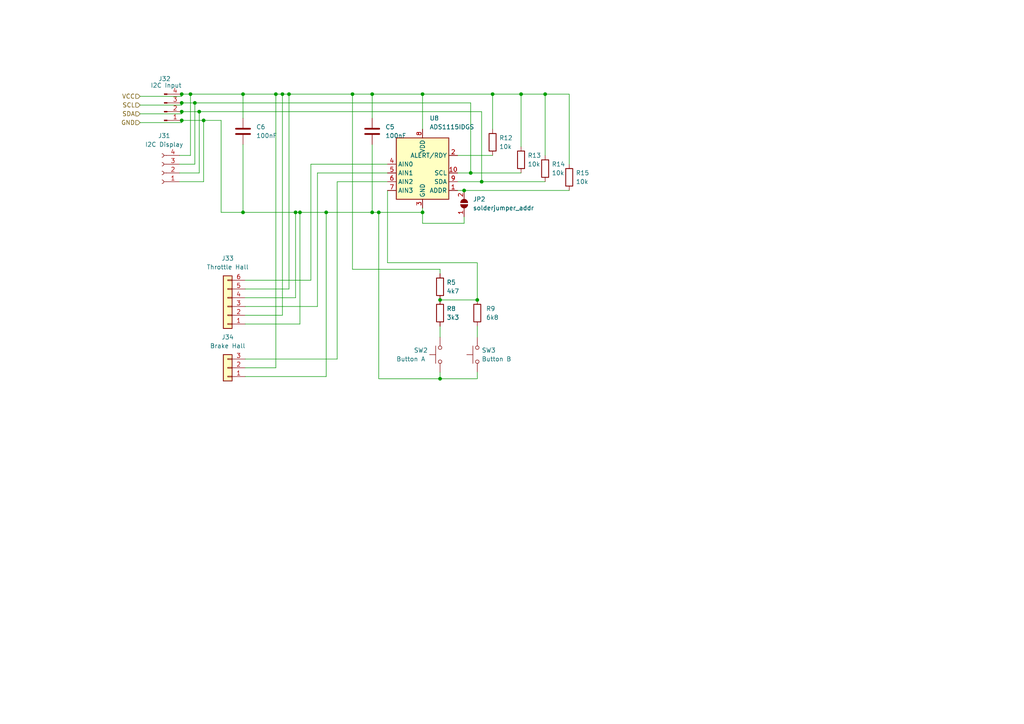
<source format=kicad_sch>
(kicad_sch (version 20211123) (generator eeschema)
  (paper "A4")
  (lib_symbols
    (symbol "Analog_ADC:ADS1115IDGS"
      (property "Reference" "U" (at 2.54 13.97 0))
      (property "Value" "ADS1115IDGS" (at 7.62 11.43 0))
      (symbol "ADS1115IDGS_0_1"
        (rectangle (start -7.62 10.16) (end 7.62 -7.62) (stroke (width 0.254)) (fill (type background)))
      )
      (symbol "ADS1115IDGS_1_1"
        (pin input line (at 10.16 -5.08 180) (length 2.54) (name "ADDR") (number "1"))
        (pin input line (at 10.16 0 180) (length 2.54) (name "SCL") (number "10"))
        (pin output line (at 10.16 5.08 180) (length 2.54) (name "ALERT/RDY") (number "2"))
        (pin power_in line (at 0 -10.16 90) (length 2.54) (name "GND") (number "3"))
        (pin input line (at -10.16 2.54 0) (length 2.54) (name "AIN0") (number "4"))
        (pin input line (at -10.16 0 0) (length 2.54) (name "AIN1") (number "5"))
        (pin input line (at -10.16 -2.54 0) (length 2.54) (name "AIN2") (number "6"))
        (pin input line (at -10.16 -5.08 0) (length 2.54) (name "AIN3") (number "7"))
        (pin power_in line (at 0 12.7 270) (length 2.54) (name "VDD") (number "8"))
        (pin bidirectional line (at 10.16 -2.54 180) (length 2.54) (name "SDA") (number "9"))
      )
    )
    (symbol "Connector:Conn_01x04_Female" (pin_names (offset 1.016) hide)
      (property "Reference" "J" (at 0 5.08 0))
      (property "Value" "Conn_01x04_Female" (at 0 -7.62 0))
      (symbol "Conn_01x04_Female_1_1"
        (arc (start 0 -4.572) (mid -0.508 -5.08) (end 0 -5.588) (stroke (width 0.1524)))
        (arc (start 0 -2.032) (mid -0.508 -2.54) (end 0 -3.048) (stroke (width 0.1524)))
        (polyline (pts (xy -1.27 -5.08) (xy -0.508 -5.08)) (stroke (width 0.1524)))
        (polyline (pts (xy -1.27 -2.54) (xy -0.508 -2.54)) (stroke (width 0.1524)))
        (polyline (pts (xy -1.27 0) (xy -0.508 0)) (stroke (width 0.1524)))
        (polyline (pts (xy -1.27 2.54) (xy -0.508 2.54)) (stroke (width 0.1524)))
        (arc (start 0 0.508) (mid -0.508 0) (end 0 -0.508) (stroke (width 0.1524)))
        (arc (start 0 3.048) (mid -0.508 2.54) (end 0 2.032) (stroke (width 0.1524)))
        (pin passive line (at -5.08 2.54 0) (length 3.81) (name "Pin_1") (number "1"))
        (pin passive line (at -5.08 0 0) (length 3.81) (name "Pin_2") (number "2"))
        (pin passive line (at -5.08 -2.54 0) (length 3.81) (name "Pin_3") (number "3"))
        (pin passive line (at -5.08 -5.08 0) (length 3.81) (name "Pin_4") (number "4"))
      )
    )
    (symbol "Connector:Conn_01x04_Male" (pin_names (offset 1.016) hide)
      (property "Reference" "J" (at 0 5.08 0))
      (property "Value" "Conn_01x04_Male" (at 0 -7.62 0))
      (symbol "Conn_01x04_Male_1_1"
        (polyline (pts (xy 1.27 -5.08) (xy 0.8636 -5.08)) (stroke (width 0.1524)))
        (polyline (pts (xy 1.27 -2.54) (xy 0.8636 -2.54)) (stroke (width 0.1524)))
        (polyline (pts (xy 1.27 0) (xy 0.8636 0)) (stroke (width 0.1524)))
        (polyline (pts (xy 1.27 2.54) (xy 0.8636 2.54)) (stroke (width 0.1524)))
        (rectangle (start 0.8636 -4.953) (end 0 -5.207) (stroke (width 0.1524)) (fill (type outline)))
        (rectangle (start 0.8636 -2.413) (end 0 -2.667) (stroke (width 0.1524)) (fill (type outline)))
        (rectangle (start 0.8636 0.127) (end 0 -0.127) (stroke (width 0.1524)) (fill (type outline)))
        (rectangle (start 0.8636 2.667) (end 0 2.413) (stroke (width 0.1524)) (fill (type outline)))
        (pin passive line (at 5.08 2.54 180) (length 3.81) (name "Pin_1") (number "1"))
        (pin passive line (at 5.08 0 180) (length 3.81) (name "Pin_2") (number "2"))
        (pin passive line (at 5.08 -2.54 180) (length 3.81) (name "Pin_3") (number "3"))
        (pin passive line (at 5.08 -5.08 180) (length 3.81) (name "Pin_4") (number "4"))
      )
    )
    (symbol "Connector_Generic:Conn_01x03" (pin_names (offset 1.016) hide)
      (property "Reference" "J" (at 0 5.08 0))
      (property "Value" "Conn_01x03" (at 0 -5.08 0))
      (symbol "Conn_01x03_1_1"
        (rectangle (start -1.27 -2.413) (end 0 -2.667) (stroke (width 0.1524)))
        (rectangle (start -1.27 0.127) (end 0 -0.127) (stroke (width 0.1524)))
        (rectangle (start -1.27 2.667) (end 0 2.413) (stroke (width 0.1524)))
        (rectangle (start -1.27 3.81) (end 1.27 -3.81) (stroke (width 0.254)) (fill (type background)))
        (pin passive line (at -5.08 2.54 0) (length 3.81) (name "Pin_1") (number "1"))
        (pin passive line (at -5.08 0 0) (length 3.81) (name "Pin_2") (number "2"))
        (pin passive line (at -5.08 -2.54 0) (length 3.81) (name "Pin_3") (number "3"))
      )
    )
    (symbol "Connector_Generic:Conn_01x06" (pin_names (offset 1.016) hide)
      (property "Reference" "J" (at 0 7.62 0))
      (property "Value" "Conn_01x06" (at 0 -10.16 0))
      (symbol "Conn_01x06_1_1"
        (rectangle (start -1.27 -7.493) (end 0 -7.747) (stroke (width 0.1524)))
        (rectangle (start -1.27 -4.953) (end 0 -5.207) (stroke (width 0.1524)))
        (rectangle (start -1.27 -2.413) (end 0 -2.667) (stroke (width 0.1524)))
        (rectangle (start -1.27 0.127) (end 0 -0.127) (stroke (width 0.1524)))
        (rectangle (start -1.27 2.667) (end 0 2.413) (stroke (width 0.1524)))
        (rectangle (start -1.27 5.207) (end 0 4.953) (stroke (width 0.1524)))
        (rectangle (start -1.27 6.35) (end 1.27 -8.89) (stroke (width 0.254)) (fill (type background)))
        (pin passive line (at -5.08 5.08 0) (length 3.81) (name "Pin_1") (number "1"))
        (pin passive line (at -5.08 2.54 0) (length 3.81) (name "Pin_2") (number "2"))
        (pin passive line (at -5.08 0 0) (length 3.81) (name "Pin_3") (number "3"))
        (pin passive line (at -5.08 -2.54 0) (length 3.81) (name "Pin_4") (number "4"))
        (pin passive line (at -5.08 -5.08 0) (length 3.81) (name "Pin_5") (number "5"))
        (pin passive line (at -5.08 -7.62 0) (length 3.81) (name "Pin_6") (number "6"))
      )
    )
    (symbol "Device:C" (pin_numbers hide) (pin_names (offset 0.254))
      (property "Reference" "C" (at 0.635 2.54 0))
      (property "Value" "C" (at 0.635 -2.54 0))
      (symbol "C_0_1"
        (polyline (pts (xy -2.032 -0.762) (xy 2.032 -0.762)) (stroke (width 0.508)))
        (polyline (pts (xy -2.032 0.762) (xy 2.032 0.762)) (stroke (width 0.508)))
      )
      (symbol "C_1_1"
        (pin passive line (at 0 3.81 270) (length 2.794) (name "~") (number "1"))
        (pin passive line (at 0 -3.81 90) (length 2.794) (name "~") (number "2"))
      )
    )
    (symbol "Device:R" (pin_numbers hide) (pin_names (offset 0))
      (property "Reference" "R" (at 2.032 0 90))
      (property "Value" "R" (at 0 0 90))
      (symbol "R_0_1"
        (rectangle (start -1.016 -2.54) (end 1.016 2.54) (stroke (width 0.254)))
      )
      (symbol "R_1_1"
        (pin passive line (at 0 3.81 270) (length 1.27) (name "~") (number "1"))
        (pin passive line (at 0 -3.81 90) (length 1.27) (name "~") (number "2"))
      )
    )
    (symbol "Jumper:SolderJumper_2_Open" (pin_names (offset 0) hide)
      (property "Reference" "JP" (at 0 2.032 0))
      (property "Value" "SolderJumper_2_Open" (at 0 -2.54 0))
      (symbol "SolderJumper_2_Open_0_1"
        (arc (start -0.254 1.016) (mid -1.27 0) (end -0.254 -1.016))
        (arc (start -0.254 1.016) (mid -1.27 0) (end -0.254 -1.016) (fill (type outline)))
        (polyline (pts (xy -0.254 1.016) (xy -0.254 -1.016)))
        (polyline (pts (xy 0.254 1.016) (xy 0.254 -1.016)))
        (arc (start 0.254 -1.016) (mid 1.27 0) (end 0.254 1.016))
        (arc (start 0.254 -1.016) (mid 1.27 0) (end 0.254 1.016) (fill (type outline)))
      )
      (symbol "SolderJumper_2_Open_1_1"
        (pin passive line (at -3.81 0 0) (length 2.54) (name "A") (number "1"))
        (pin passive line (at 3.81 0 180) (length 2.54) (name "B") (number "2"))
      )
    )
    (symbol "Switch:SW_Push" (pin_numbers hide) (pin_names (offset 1.016) hide)
      (property "Reference" "SW" (at 1.27 2.54 0))
      (property "Value" "SW_Push" (at 0 -1.524 0))
      (symbol "SW_Push_0_1"
        (circle (center -2.032 0) (radius 0.508))
        (polyline (pts (xy 0 1.27) (xy 0 3.048)))
        (polyline (pts (xy 2.54 1.27) (xy -2.54 1.27)))
        (circle (center 2.032 0) (radius 0.508))
        (pin passive line (at -5.08 0 0) (length 2.54) (name "1") (number "1"))
        (pin passive line (at 5.08 0 180) (length 2.54) (name "2") (number "2"))
      )
    )
  )
  (junction (at 136.525 50.165))
  (junction (at 139.7 52.705))
  (junction (at 55.245 27.305))
  (junction (at 138.43 86.995))
  (junction (at 127.635 109.855))
  (junction (at 134.62 55.245))
  (junction (at 80.01 27.305))
  (junction (at 70.485 61.595))
  (junction (at 122.555 61.595))
  (junction (at 94.615 61.595))
  (junction (at 86.995 61.595))
  (junction (at 142.875 27.305))
  (junction (at 107.95 27.305))
  (junction (at 52.705 34.925))
  (junction (at 52.705 32.385))
  (junction (at 107.95 61.595))
  (junction (at 52.705 27.305))
  (junction (at 81.915 27.305))
  (junction (at 52.705 29.845))
  (junction (at 59.055 34.925))
  (junction (at 83.82 27.305))
  (junction (at 56.515 29.845))
  (junction (at 122.555 27.305))
  (junction (at 102.235 27.305))
  (junction (at 127.635 86.995))
  (junction (at 109.855 61.595))
  (junction (at 57.785 32.385))
  (junction (at 85.725 61.595))
  (junction (at 70.485 27.305))
  (junction (at 158.115 27.305))
  (junction (at 151.13 27.305))
  (wire (pts (xy 59.055 34.925) (xy 59.055 52.705)))
  (wire (pts (xy 107.95 41.91) (xy 107.95 61.595)))
  (wire (pts (xy 122.555 61.595) (xy 122.555 60.325)))
  (wire (pts (xy 52.705 30.48) (xy 52.705 29.845)))
  (wire (pts (xy 102.235 78.105) (xy 102.235 27.305)))
  (wire (pts (xy 127.635 94.615) (xy 127.635 97.79)))
  (wire (pts (xy 132.715 50.165) (xy 136.525 50.165)))
  (wire (pts (xy 70.485 41.91) (xy 70.485 61.595)))
  (wire (pts (xy 94.615 61.595) (xy 107.95 61.595)))
  (wire (pts (xy 71.12 109.22) (xy 94.615 109.22)))
  (wire (pts (xy 109.855 109.855) (xy 109.855 61.595)))
  (wire (pts (xy 71.12 104.14) (xy 97.79 104.14)))
  (wire (pts (xy 52.705 35.56) (xy 52.705 34.925)))
  (wire (pts (xy 59.055 52.705) (xy 52.07 52.705)))
  (wire (pts (xy 92.075 88.9) (xy 92.075 50.165)))
  (wire (pts (xy 40.64 35.56) (xy 52.705 35.56)))
  (wire (pts (xy 56.515 47.625) (xy 52.07 47.625)))
  (wire (pts (xy 138.43 109.855) (xy 127.635 109.855)))
  (wire (pts (xy 64.135 34.925) (xy 64.135 61.595)))
  (wire (pts (xy 151.13 27.305) (xy 142.875 27.305)))
  (wire (pts (xy 90.17 81.28) (xy 90.17 47.625)))
  (wire (pts (xy 57.785 50.165) (xy 57.785 32.385)))
  (wire (pts (xy 138.43 86.995) (xy 127.635 86.995)))
  (wire (pts (xy 80.01 27.305) (xy 81.915 27.305)))
  (wire (pts (xy 40.64 30.48) (xy 52.705 30.48)))
  (wire (pts (xy 64.135 61.595) (xy 70.485 61.595)))
  (wire (pts (xy 71.12 106.68) (xy 80.01 106.68)))
  (wire (pts (xy 52.705 32.385) (xy 57.785 32.385)))
  (wire (pts (xy 40.64 33.02) (xy 52.705 33.02)))
  (wire (pts (xy 70.485 27.305) (xy 70.485 34.29)))
  (wire (pts (xy 132.715 55.245) (xy 134.62 55.245)))
  (wire (pts (xy 127.635 109.855) (xy 109.855 109.855)))
  (wire (pts (xy 158.115 27.305) (xy 158.115 45.085)))
  (wire (pts (xy 71.12 93.98) (xy 86.995 93.98)))
  (wire (pts (xy 127.635 78.105) (xy 127.635 79.375)))
  (wire (pts (xy 109.855 61.595) (xy 122.555 61.595)))
  (wire (pts (xy 94.615 109.22) (xy 94.615 61.595)))
  (wire (pts (xy 136.525 50.165) (xy 136.525 29.845)))
  (wire (pts (xy 127.635 109.855) (xy 127.635 107.95)))
  (wire (pts (xy 139.7 52.705) (xy 158.115 52.705)))
  (wire (pts (xy 71.12 83.82) (xy 83.82 83.82)))
  (wire (pts (xy 142.875 27.305) (xy 142.875 37.465)))
  (wire (pts (xy 151.13 27.305) (xy 151.13 42.545)))
  (wire (pts (xy 107.95 27.305) (xy 122.555 27.305)))
  (wire (pts (xy 136.525 50.165) (xy 151.13 50.165)))
  (wire (pts (xy 52.705 27.94) (xy 52.705 27.305)))
  (wire (pts (xy 107.95 34.29) (xy 107.95 27.305)))
  (wire (pts (xy 81.915 27.305) (xy 83.82 27.305)))
  (wire (pts (xy 83.82 27.305) (xy 102.235 27.305)))
  (wire (pts (xy 70.485 27.305) (xy 80.01 27.305)))
  (wire (pts (xy 139.7 32.385) (xy 139.7 52.705)))
  (wire (pts (xy 138.43 107.95) (xy 138.43 109.855)))
  (wire (pts (xy 71.12 86.36) (xy 85.725 86.36)))
  (wire (pts (xy 97.79 52.705) (xy 112.395 52.705)))
  (wire (pts (xy 52.705 27.305) (xy 55.245 27.305)))
  (wire (pts (xy 107.95 61.595) (xy 109.855 61.595)))
  (wire (pts (xy 165.1 47.625) (xy 165.1 27.305)))
  (wire (pts (xy 112.395 76.2) (xy 138.43 76.2)))
  (wire (pts (xy 86.995 93.98) (xy 86.995 61.595)))
  (wire (pts (xy 134.62 62.865) (xy 134.62 64.77)))
  (wire (pts (xy 158.115 27.305) (xy 151.13 27.305)))
  (wire (pts (xy 97.79 104.14) (xy 97.79 52.705)))
  (wire (pts (xy 57.785 32.385) (xy 139.7 32.385)))
  (wire (pts (xy 112.395 55.245) (xy 112.395 76.2)))
  (wire (pts (xy 71.12 81.28) (xy 90.17 81.28)))
  (wire (pts (xy 92.075 50.165) (xy 112.395 50.165)))
  (wire (pts (xy 165.1 27.305) (xy 158.115 27.305)))
  (wire (pts (xy 80.01 106.68) (xy 80.01 27.305)))
  (wire (pts (xy 138.43 76.2) (xy 138.43 86.995)))
  (wire (pts (xy 40.64 27.94) (xy 52.705 27.94)))
  (wire (pts (xy 136.525 29.845) (xy 56.515 29.845)))
  (wire (pts (xy 56.515 29.845) (xy 52.705 29.845)))
  (wire (pts (xy 142.875 27.305) (xy 122.555 27.305)))
  (wire (pts (xy 132.715 52.705) (xy 139.7 52.705)))
  (wire (pts (xy 56.515 29.845) (xy 56.515 47.625)))
  (wire (pts (xy 134.62 55.245) (xy 165.1 55.245)))
  (wire (pts (xy 52.07 45.085) (xy 55.245 45.085)))
  (wire (pts (xy 81.915 27.305) (xy 81.915 91.44)))
  (wire (pts (xy 55.245 45.085) (xy 55.245 27.305)))
  (wire (pts (xy 102.235 78.105) (xy 127.635 78.105)))
  (wire (pts (xy 52.705 34.925) (xy 59.055 34.925)))
  (wire (pts (xy 81.915 91.44) (xy 71.12 91.44)))
  (wire (pts (xy 55.245 27.305) (xy 70.485 27.305)))
  (wire (pts (xy 85.725 86.36) (xy 85.725 61.595)))
  (wire (pts (xy 122.555 64.77) (xy 122.555 61.595)))
  (wire (pts (xy 85.725 61.595) (xy 86.995 61.595)))
  (wire (pts (xy 59.055 34.925) (xy 64.135 34.925)))
  (wire (pts (xy 70.485 61.595) (xy 85.725 61.595)))
  (wire (pts (xy 90.17 47.625) (xy 112.395 47.625)))
  (wire (pts (xy 52.07 50.165) (xy 57.785 50.165)))
  (wire (pts (xy 102.235 27.305) (xy 107.95 27.305)))
  (wire (pts (xy 132.715 45.085) (xy 142.875 45.085)))
  (wire (pts (xy 71.12 88.9) (xy 92.075 88.9)))
  (wire (pts (xy 86.995 61.595) (xy 94.615 61.595)))
  (wire (pts (xy 122.555 27.305) (xy 122.555 37.465)))
  (wire (pts (xy 83.82 83.82) (xy 83.82 27.305)))
  (wire (pts (xy 134.62 64.77) (xy 122.555 64.77)))
  (wire (pts (xy 52.705 33.02) (xy 52.705 32.385)))
  (wire (pts (xy 138.43 94.615) (xy 138.43 97.79)))
  (hierarchical_label "SDA" (shape input) (at 40.64 33.02 180))
  (hierarchical_label "SCL" (shape input) (at 40.64 30.48 180))
  (hierarchical_label "GND" (shape input) (at 40.64 35.56 180))
  (hierarchical_label "VCC" (shape input) (at 40.64 27.94 180))
  (symbol (lib_id "Device:R") (at 158.115 48.895 0) (unit 1) (in_bom no) (on_board no)
    (property "Reference" "R14" (at 160.02 47.6249 0) (effects (justify left)))
    (property "Value" "10k" (at 160.02 50.1649 0) (effects (justify left)))
  )
  (symbol (lib_id "Jumper:SolderJumper_2_Open") (at 134.62 59.055 90) (unit 1) (in_bom no) (on_board no)
    (property "Reference" "JP2" (at 137.16 57.7849 90) (effects (justify right)))
    (property "Value" "solderjumper_addr" (at 137.16 60.3249 90) (effects (justify right)))
  )
  (symbol (lib_id "Switch:SW_Push") (at 138.43 102.87 90) (unit 1) (in_bom no) (on_board no)
    (property "Reference" "SW3" (at 139.7 101.5999 90) (effects (justify right)))
    (property "Value" "Button B" (at 139.7 104.1399 90) (effects (justify right)))
  )
  (symbol (lib_id "Device:C") (at 70.485 38.1 0) (unit 1) (in_bom no) (on_board no)
    (property "Reference" "C6" (at 74.295 36.8299 0) (effects (justify left)))
    (property "Value" "100nF" (at 74.295 39.3699 0) (effects (justify left)))
  )
  (symbol (lib_id "Device:R") (at 127.635 83.185 0) (unit 1) (in_bom no) (on_board no)
    (property "Reference" "R5" (at 129.54 81.9149 0) (effects (justify left)))
    (property "Value" "4k7" (at 129.54 84.4549 0) (effects (justify left)))
  )
  (symbol (lib_id "Device:R") (at 142.875 41.275 0) (unit 1) (in_bom no) (on_board no)
    (property "Reference" "R12" (at 144.78 40.0049 0) (effects (justify left)))
    (property "Value" "10k" (at 144.78 42.5449 0) (effects (justify left)))
  )
  (symbol (lib_id "Connector_Generic:Conn_01x03") (at 66.04 106.68 180) (unit 1) (in_bom no) (on_board no)
    (property "Reference" "J34" (at 66.04 97.79 0))
    (property "Value" "Brake Hall" (at 66.04 100.33 0))
  )
  (symbol (lib_id "Device:R") (at 151.13 46.355 0) (unit 1) (in_bom no) (on_board no)
    (property "Reference" "R13" (at 153.035 45.0849 0) (effects (justify left)))
    (property "Value" "10k" (at 153.035 47.6249 0) (effects (justify left)))
  )
  (symbol (lib_id "Connector:Conn_01x04_Female") (at 46.99 50.165 180) (unit 1) (in_bom no) (on_board no)
    (property "Reference" "J31" (at 47.625 39.37 0))
    (property "Value" "I2C Display" (at 47.625 41.91 0))
  )
  (symbol (lib_id "Analog_ADC:ADS1115IDGS") (at 122.555 50.165 0) (unit 1) (on_board no)
    (property "Reference" "U8" (at 124.5744 34.29 0) (effects (justify left)))
    (property "Value" "ADS1115IDGS" (at 124.5744 36.83 0) (effects (justify left)))
    (property "Footprint" "Package_SO:TSSOP-10_3x3mm_P0.5mm" (effects hide))
    (property "Datasheet" "http://www.ti.com/lit/ds/symlink/ads1113.pdf" (effects hide))
  )
  (symbol (lib_id "Device:R") (at 138.43 90.805 0) (unit 1) (in_bom no) (on_board no)
    (property "Reference" "R9" (at 140.97 89.5349 0) (effects (justify left)))
    (property "Value" "6k8" (at 140.97 92.0749 0) (effects (justify left)))
  )
  (symbol (lib_id "Connector_Generic:Conn_01x06") (at 66.04 88.9 180) (unit 1) (in_bom no) (on_board no)
    (property "Reference" "J33" (at 66.04 74.93 0))
    (property "Value" "Throttle Hall" (at 66.04 77.47 0))
  )
  (symbol (lib_id "Device:R") (at 127.635 90.805 0) (unit 1) (in_bom no) (on_board no)
    (property "Reference" "R8" (at 129.54 89.5349 0) (effects (justify left)))
    (property "Value" "3k3" (at 129.54 92.0749 0) (effects (justify left)))
  )
  (symbol (lib_id "Switch:SW_Push") (at 127.635 102.87 90) (unit 1) (in_bom no) (on_board no)
    (property "Reference" "SW2" (at 120.015 101.6 90) (effects (justify right)))
    (property "Value" "Button A" (at 114.935 104.14 90) (effects (justify right)))
  )
  (symbol (lib_id "Device:C") (at 107.95 38.1 0) (unit 1) (in_bom no) (on_board no)
    (property "Reference" "C5" (at 111.76 36.8299 0) (effects (justify left)))
    (property "Value" "100nF" (at 111.76 39.3699 0) (effects (justify left)))
  )
  (symbol (lib_id "Connector:Conn_01x04_Male") (at 47.625 32.385 0) (mirror x) (unit 1) (in_bom no) (on_board no)
    (property "Reference" "J32" (at 49.53 22.86 0) (effects (justify right)))
    (property "Value" "I2C Input" (at 52.705 24.765 0) (effects (justify right)))
  )
  (symbol (lib_id "Device:R") (at 165.1 51.435 0) (unit 1) (in_bom no) (on_board no)
    (property "Reference" "R15" (at 167.005 50.1649 0) (effects (justify left)))
    (property "Value" "10k" (at 167.005 52.7049 0) (effects (justify left)))
  )
)
</source>
